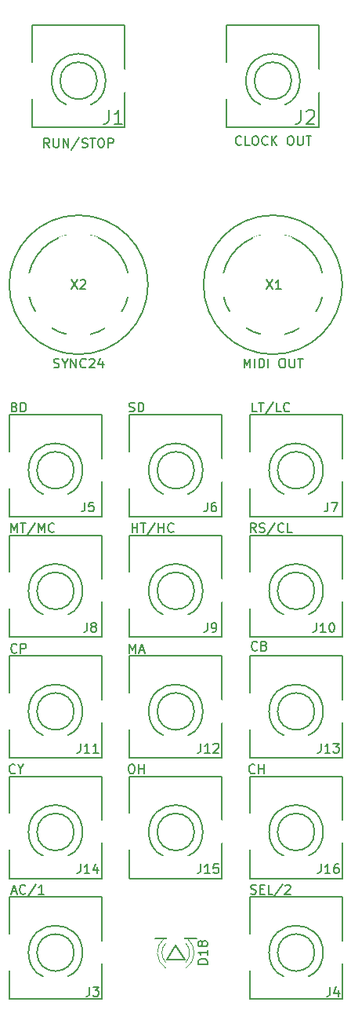
<source format=gto>
G04 #@! TF.FileFunction,Legend,Top*
%FSLAX46Y46*%
G04 Gerber Fmt 4.6, Leading zero omitted, Abs format (unit mm)*
G04 Created by KiCad (PCBNEW 4.0.2-stable) date 2021-01-02 10:32:37 AM*
%MOMM*%
G01*
G04 APERTURE LIST*
%ADD10C,0.200000*%
%ADD11C,0.120000*%
%ADD12C,0.150000*%
%ADD13C,3.225000*%
%ADD14R,1.850000X1.850000*%
%ADD15C,1.850000*%
%ADD16R,2.050000X1.550000*%
%ADD17O,2.050000X1.550000*%
%ADD18O,2.550000X4.050000*%
%ADD19O,2.050000X2.550000*%
%ADD20O,3.550000X1.550000*%
%ADD21C,2.550000*%
%ADD22R,2.550000X3.550000*%
%ADD23O,4.650000X1.500000*%
%ADD24O,4.350000X1.150000*%
%ADD25O,1.150000X4.350000*%
%ADD26C,1.150000*%
G04 APERTURE END LIST*
D10*
X131500000Y-155750000D02*
X130500000Y-154250000D01*
X129500000Y-155750000D02*
X131500000Y-155750000D01*
X130500000Y-154250000D02*
X129500000Y-155750000D01*
X128250000Y-153500000D02*
X132750000Y-153500000D01*
X138607143Y-148654762D02*
X138750000Y-148702381D01*
X138988096Y-148702381D01*
X139083334Y-148654762D01*
X139130953Y-148607143D01*
X139178572Y-148511905D01*
X139178572Y-148416667D01*
X139130953Y-148321429D01*
X139083334Y-148273810D01*
X138988096Y-148226190D01*
X138797619Y-148178571D01*
X138702381Y-148130952D01*
X138654762Y-148083333D01*
X138607143Y-147988095D01*
X138607143Y-147892857D01*
X138654762Y-147797619D01*
X138702381Y-147750000D01*
X138797619Y-147702381D01*
X139035715Y-147702381D01*
X139178572Y-147750000D01*
X139607143Y-148178571D02*
X139940477Y-148178571D01*
X140083334Y-148702381D02*
X139607143Y-148702381D01*
X139607143Y-147702381D01*
X140083334Y-147702381D01*
X140988096Y-148702381D02*
X140511905Y-148702381D01*
X140511905Y-147702381D01*
X142035715Y-147654762D02*
X141178572Y-148940476D01*
X142321429Y-147797619D02*
X142369048Y-147750000D01*
X142464286Y-147702381D01*
X142702382Y-147702381D01*
X142797620Y-147750000D01*
X142845239Y-147797619D01*
X142892858Y-147892857D01*
X142892858Y-147988095D01*
X142845239Y-148130952D01*
X142273810Y-148702381D01*
X142892858Y-148702381D01*
X112761905Y-148416667D02*
X113238096Y-148416667D01*
X112666667Y-148702381D02*
X113000000Y-147702381D01*
X113333334Y-148702381D01*
X114238096Y-148607143D02*
X114190477Y-148654762D01*
X114047620Y-148702381D01*
X113952382Y-148702381D01*
X113809524Y-148654762D01*
X113714286Y-148559524D01*
X113666667Y-148464286D01*
X113619048Y-148273810D01*
X113619048Y-148130952D01*
X113666667Y-147940476D01*
X113714286Y-147845238D01*
X113809524Y-147750000D01*
X113952382Y-147702381D01*
X114047620Y-147702381D01*
X114190477Y-147750000D01*
X114238096Y-147797619D01*
X115380953Y-147654762D02*
X114523810Y-148940476D01*
X116238096Y-148702381D02*
X115666667Y-148702381D01*
X115952381Y-148702381D02*
X115952381Y-147702381D01*
X115857143Y-147845238D01*
X115761905Y-147940476D01*
X115666667Y-147988095D01*
X139035715Y-135607143D02*
X138988096Y-135654762D01*
X138845239Y-135702381D01*
X138750001Y-135702381D01*
X138607143Y-135654762D01*
X138511905Y-135559524D01*
X138464286Y-135464286D01*
X138416667Y-135273810D01*
X138416667Y-135130952D01*
X138464286Y-134940476D01*
X138511905Y-134845238D01*
X138607143Y-134750000D01*
X138750001Y-134702381D01*
X138845239Y-134702381D01*
X138988096Y-134750000D01*
X139035715Y-134797619D01*
X139464286Y-135702381D02*
X139464286Y-134702381D01*
X139464286Y-135178571D02*
X140035715Y-135178571D01*
X140035715Y-135702381D02*
X140035715Y-134702381D01*
X125630952Y-134702381D02*
X125821429Y-134702381D01*
X125916667Y-134750000D01*
X126011905Y-134845238D01*
X126059524Y-135035714D01*
X126059524Y-135369048D01*
X126011905Y-135559524D01*
X125916667Y-135654762D01*
X125821429Y-135702381D01*
X125630952Y-135702381D01*
X125535714Y-135654762D01*
X125440476Y-135559524D01*
X125392857Y-135369048D01*
X125392857Y-135035714D01*
X125440476Y-134845238D01*
X125535714Y-134750000D01*
X125630952Y-134702381D01*
X126488095Y-135702381D02*
X126488095Y-134702381D01*
X126488095Y-135178571D02*
X127059524Y-135178571D01*
X127059524Y-135702381D02*
X127059524Y-134702381D01*
X113130953Y-135607143D02*
X113083334Y-135654762D01*
X112940477Y-135702381D01*
X112845239Y-135702381D01*
X112702381Y-135654762D01*
X112607143Y-135559524D01*
X112559524Y-135464286D01*
X112511905Y-135273810D01*
X112511905Y-135130952D01*
X112559524Y-134940476D01*
X112607143Y-134845238D01*
X112702381Y-134750000D01*
X112845239Y-134702381D01*
X112940477Y-134702381D01*
X113083334Y-134750000D01*
X113130953Y-134797619D01*
X113750000Y-135226190D02*
X113750000Y-135702381D01*
X113416667Y-134702381D02*
X113750000Y-135226190D01*
X114083334Y-134702381D01*
X139309524Y-122357143D02*
X139261905Y-122404762D01*
X139119048Y-122452381D01*
X139023810Y-122452381D01*
X138880952Y-122404762D01*
X138785714Y-122309524D01*
X138738095Y-122214286D01*
X138690476Y-122023810D01*
X138690476Y-121880952D01*
X138738095Y-121690476D01*
X138785714Y-121595238D01*
X138880952Y-121500000D01*
X139023810Y-121452381D01*
X139119048Y-121452381D01*
X139261905Y-121500000D01*
X139309524Y-121547619D01*
X140071429Y-121928571D02*
X140214286Y-121976190D01*
X140261905Y-122023810D01*
X140309524Y-122119048D01*
X140309524Y-122261905D01*
X140261905Y-122357143D01*
X140214286Y-122404762D01*
X140119048Y-122452381D01*
X139738095Y-122452381D01*
X139738095Y-121452381D01*
X140071429Y-121452381D01*
X140166667Y-121500000D01*
X140214286Y-121547619D01*
X140261905Y-121642857D01*
X140261905Y-121738095D01*
X140214286Y-121833333D01*
X140166667Y-121880952D01*
X140071429Y-121928571D01*
X139738095Y-121928571D01*
X125488095Y-122702381D02*
X125488095Y-121702381D01*
X125821429Y-122416667D01*
X126154762Y-121702381D01*
X126154762Y-122702381D01*
X126583333Y-122416667D02*
X127059524Y-122416667D01*
X126488095Y-122702381D02*
X126821428Y-121702381D01*
X127154762Y-122702381D01*
X113309524Y-122607143D02*
X113261905Y-122654762D01*
X113119048Y-122702381D01*
X113023810Y-122702381D01*
X112880952Y-122654762D01*
X112785714Y-122559524D01*
X112738095Y-122464286D01*
X112690476Y-122273810D01*
X112690476Y-122130952D01*
X112738095Y-121940476D01*
X112785714Y-121845238D01*
X112880952Y-121750000D01*
X113023810Y-121702381D01*
X113119048Y-121702381D01*
X113261905Y-121750000D01*
X113309524Y-121797619D01*
X113738095Y-122702381D02*
X113738095Y-121702381D01*
X114119048Y-121702381D01*
X114214286Y-121750000D01*
X114261905Y-121797619D01*
X114309524Y-121892857D01*
X114309524Y-122035714D01*
X114261905Y-122130952D01*
X114214286Y-122178571D01*
X114119048Y-122226190D01*
X113738095Y-122226190D01*
X139154762Y-109702381D02*
X138821428Y-109226190D01*
X138583333Y-109702381D02*
X138583333Y-108702381D01*
X138964286Y-108702381D01*
X139059524Y-108750000D01*
X139107143Y-108797619D01*
X139154762Y-108892857D01*
X139154762Y-109035714D01*
X139107143Y-109130952D01*
X139059524Y-109178571D01*
X138964286Y-109226190D01*
X138583333Y-109226190D01*
X139535714Y-109654762D02*
X139678571Y-109702381D01*
X139916667Y-109702381D01*
X140011905Y-109654762D01*
X140059524Y-109607143D01*
X140107143Y-109511905D01*
X140107143Y-109416667D01*
X140059524Y-109321429D01*
X140011905Y-109273810D01*
X139916667Y-109226190D01*
X139726190Y-109178571D01*
X139630952Y-109130952D01*
X139583333Y-109083333D01*
X139535714Y-108988095D01*
X139535714Y-108892857D01*
X139583333Y-108797619D01*
X139630952Y-108750000D01*
X139726190Y-108702381D01*
X139964286Y-108702381D01*
X140107143Y-108750000D01*
X141250000Y-108654762D02*
X140392857Y-109940476D01*
X142154762Y-109607143D02*
X142107143Y-109654762D01*
X141964286Y-109702381D01*
X141869048Y-109702381D01*
X141726190Y-109654762D01*
X141630952Y-109559524D01*
X141583333Y-109464286D01*
X141535714Y-109273810D01*
X141535714Y-109130952D01*
X141583333Y-108940476D01*
X141630952Y-108845238D01*
X141726190Y-108750000D01*
X141869048Y-108702381D01*
X141964286Y-108702381D01*
X142107143Y-108750000D01*
X142154762Y-108797619D01*
X143059524Y-109702381D02*
X142583333Y-109702381D01*
X142583333Y-108702381D01*
X125785714Y-109702381D02*
X125785714Y-108702381D01*
X125785714Y-109178571D02*
X126357143Y-109178571D01*
X126357143Y-109702381D02*
X126357143Y-108702381D01*
X126690476Y-108702381D02*
X127261905Y-108702381D01*
X126976190Y-109702381D02*
X126976190Y-108702381D01*
X128309524Y-108654762D02*
X127452381Y-109940476D01*
X128642857Y-109702381D02*
X128642857Y-108702381D01*
X128642857Y-109178571D02*
X129214286Y-109178571D01*
X129214286Y-109702381D02*
X129214286Y-108702381D01*
X130261905Y-109607143D02*
X130214286Y-109654762D01*
X130071429Y-109702381D01*
X129976191Y-109702381D01*
X129833333Y-109654762D01*
X129738095Y-109559524D01*
X129690476Y-109464286D01*
X129642857Y-109273810D01*
X129642857Y-109130952D01*
X129690476Y-108940476D01*
X129738095Y-108845238D01*
X129833333Y-108750000D01*
X129976191Y-108702381D01*
X130071429Y-108702381D01*
X130214286Y-108750000D01*
X130261905Y-108797619D01*
X112690476Y-109702381D02*
X112690476Y-108702381D01*
X113023810Y-109416667D01*
X113357143Y-108702381D01*
X113357143Y-109702381D01*
X113690476Y-108702381D02*
X114261905Y-108702381D01*
X113976190Y-109702381D02*
X113976190Y-108702381D01*
X115309524Y-108654762D02*
X114452381Y-109940476D01*
X115642857Y-109702381D02*
X115642857Y-108702381D01*
X115976191Y-109416667D01*
X116309524Y-108702381D01*
X116309524Y-109702381D01*
X117357143Y-109607143D02*
X117309524Y-109654762D01*
X117166667Y-109702381D01*
X117071429Y-109702381D01*
X116928571Y-109654762D01*
X116833333Y-109559524D01*
X116785714Y-109464286D01*
X116738095Y-109273810D01*
X116738095Y-109130952D01*
X116785714Y-108940476D01*
X116833333Y-108845238D01*
X116928571Y-108750000D01*
X117071429Y-108702381D01*
X117166667Y-108702381D01*
X117309524Y-108750000D01*
X117357143Y-108797619D01*
X139250000Y-96702381D02*
X138773809Y-96702381D01*
X138773809Y-95702381D01*
X139440476Y-95702381D02*
X140011905Y-95702381D01*
X139726190Y-96702381D02*
X139726190Y-95702381D01*
X141059524Y-95654762D02*
X140202381Y-96940476D01*
X141869048Y-96702381D02*
X141392857Y-96702381D01*
X141392857Y-95702381D01*
X142773810Y-96607143D02*
X142726191Y-96654762D01*
X142583334Y-96702381D01*
X142488096Y-96702381D01*
X142345238Y-96654762D01*
X142250000Y-96559524D01*
X142202381Y-96464286D01*
X142154762Y-96273810D01*
X142154762Y-96130952D01*
X142202381Y-95940476D01*
X142250000Y-95845238D01*
X142345238Y-95750000D01*
X142488096Y-95702381D01*
X142583334Y-95702381D01*
X142726191Y-95750000D01*
X142773810Y-95797619D01*
X125464286Y-96654762D02*
X125607143Y-96702381D01*
X125845239Y-96702381D01*
X125940477Y-96654762D01*
X125988096Y-96607143D01*
X126035715Y-96511905D01*
X126035715Y-96416667D01*
X125988096Y-96321429D01*
X125940477Y-96273810D01*
X125845239Y-96226190D01*
X125654762Y-96178571D01*
X125559524Y-96130952D01*
X125511905Y-96083333D01*
X125464286Y-95988095D01*
X125464286Y-95892857D01*
X125511905Y-95797619D01*
X125559524Y-95750000D01*
X125654762Y-95702381D01*
X125892858Y-95702381D01*
X126035715Y-95750000D01*
X126464286Y-96702381D02*
X126464286Y-95702381D01*
X126702381Y-95702381D01*
X126845239Y-95750000D01*
X126940477Y-95845238D01*
X126988096Y-95940476D01*
X127035715Y-96130952D01*
X127035715Y-96273810D01*
X126988096Y-96464286D01*
X126940477Y-96559524D01*
X126845239Y-96654762D01*
X126702381Y-96702381D01*
X126464286Y-96702381D01*
X137571429Y-67857143D02*
X137523810Y-67904762D01*
X137380953Y-67952381D01*
X137285715Y-67952381D01*
X137142857Y-67904762D01*
X137047619Y-67809524D01*
X137000000Y-67714286D01*
X136952381Y-67523810D01*
X136952381Y-67380952D01*
X137000000Y-67190476D01*
X137047619Y-67095238D01*
X137142857Y-67000000D01*
X137285715Y-66952381D01*
X137380953Y-66952381D01*
X137523810Y-67000000D01*
X137571429Y-67047619D01*
X138476191Y-67952381D02*
X138000000Y-67952381D01*
X138000000Y-66952381D01*
X139000000Y-66952381D02*
X139190477Y-66952381D01*
X139285715Y-67000000D01*
X139380953Y-67095238D01*
X139428572Y-67285714D01*
X139428572Y-67619048D01*
X139380953Y-67809524D01*
X139285715Y-67904762D01*
X139190477Y-67952381D01*
X139000000Y-67952381D01*
X138904762Y-67904762D01*
X138809524Y-67809524D01*
X138761905Y-67619048D01*
X138761905Y-67285714D01*
X138809524Y-67095238D01*
X138904762Y-67000000D01*
X139000000Y-66952381D01*
X140428572Y-67857143D02*
X140380953Y-67904762D01*
X140238096Y-67952381D01*
X140142858Y-67952381D01*
X140000000Y-67904762D01*
X139904762Y-67809524D01*
X139857143Y-67714286D01*
X139809524Y-67523810D01*
X139809524Y-67380952D01*
X139857143Y-67190476D01*
X139904762Y-67095238D01*
X140000000Y-67000000D01*
X140142858Y-66952381D01*
X140238096Y-66952381D01*
X140380953Y-67000000D01*
X140428572Y-67047619D01*
X140857143Y-67952381D02*
X140857143Y-66952381D01*
X141428572Y-67952381D02*
X141000000Y-67380952D01*
X141428572Y-66952381D02*
X140857143Y-67523810D01*
X142809524Y-66952381D02*
X143000001Y-66952381D01*
X143095239Y-67000000D01*
X143190477Y-67095238D01*
X143238096Y-67285714D01*
X143238096Y-67619048D01*
X143190477Y-67809524D01*
X143095239Y-67904762D01*
X143000001Y-67952381D01*
X142809524Y-67952381D01*
X142714286Y-67904762D01*
X142619048Y-67809524D01*
X142571429Y-67619048D01*
X142571429Y-67285714D01*
X142619048Y-67095238D01*
X142714286Y-67000000D01*
X142809524Y-66952381D01*
X143666667Y-66952381D02*
X143666667Y-67761905D01*
X143714286Y-67857143D01*
X143761905Y-67904762D01*
X143857143Y-67952381D01*
X144047620Y-67952381D01*
X144142858Y-67904762D01*
X144190477Y-67857143D01*
X144238096Y-67761905D01*
X144238096Y-66952381D01*
X144571429Y-66952381D02*
X145142858Y-66952381D01*
X144857143Y-67952381D02*
X144857143Y-66952381D01*
X113071429Y-96178571D02*
X113214286Y-96226190D01*
X113261905Y-96273810D01*
X113309524Y-96369048D01*
X113309524Y-96511905D01*
X113261905Y-96607143D01*
X113214286Y-96654762D01*
X113119048Y-96702381D01*
X112738095Y-96702381D01*
X112738095Y-95702381D01*
X113071429Y-95702381D01*
X113166667Y-95750000D01*
X113214286Y-95797619D01*
X113261905Y-95892857D01*
X113261905Y-95988095D01*
X113214286Y-96083333D01*
X113166667Y-96130952D01*
X113071429Y-96178571D01*
X112738095Y-96178571D01*
X113738095Y-96702381D02*
X113738095Y-95702381D01*
X113976190Y-95702381D01*
X114119048Y-95750000D01*
X114214286Y-95845238D01*
X114261905Y-95940476D01*
X114309524Y-96130952D01*
X114309524Y-96273810D01*
X114261905Y-96464286D01*
X114214286Y-96559524D01*
X114119048Y-96654762D01*
X113976190Y-96702381D01*
X113738095Y-96702381D01*
X116857143Y-68202381D02*
X116523809Y-67726190D01*
X116285714Y-68202381D02*
X116285714Y-67202381D01*
X116666667Y-67202381D01*
X116761905Y-67250000D01*
X116809524Y-67297619D01*
X116857143Y-67392857D01*
X116857143Y-67535714D01*
X116809524Y-67630952D01*
X116761905Y-67678571D01*
X116666667Y-67726190D01*
X116285714Y-67726190D01*
X117285714Y-67202381D02*
X117285714Y-68011905D01*
X117333333Y-68107143D01*
X117380952Y-68154762D01*
X117476190Y-68202381D01*
X117666667Y-68202381D01*
X117761905Y-68154762D01*
X117809524Y-68107143D01*
X117857143Y-68011905D01*
X117857143Y-67202381D01*
X118333333Y-68202381D02*
X118333333Y-67202381D01*
X118904762Y-68202381D01*
X118904762Y-67202381D01*
X120095238Y-67154762D02*
X119238095Y-68440476D01*
X120380952Y-68154762D02*
X120523809Y-68202381D01*
X120761905Y-68202381D01*
X120857143Y-68154762D01*
X120904762Y-68107143D01*
X120952381Y-68011905D01*
X120952381Y-67916667D01*
X120904762Y-67821429D01*
X120857143Y-67773810D01*
X120761905Y-67726190D01*
X120571428Y-67678571D01*
X120476190Y-67630952D01*
X120428571Y-67583333D01*
X120380952Y-67488095D01*
X120380952Y-67392857D01*
X120428571Y-67297619D01*
X120476190Y-67250000D01*
X120571428Y-67202381D01*
X120809524Y-67202381D01*
X120952381Y-67250000D01*
X121238095Y-67202381D02*
X121809524Y-67202381D01*
X121523809Y-68202381D02*
X121523809Y-67202381D01*
X122333333Y-67202381D02*
X122523810Y-67202381D01*
X122619048Y-67250000D01*
X122714286Y-67345238D01*
X122761905Y-67535714D01*
X122761905Y-67869048D01*
X122714286Y-68059524D01*
X122619048Y-68154762D01*
X122523810Y-68202381D01*
X122333333Y-68202381D01*
X122238095Y-68154762D01*
X122142857Y-68059524D01*
X122095238Y-67869048D01*
X122095238Y-67535714D01*
X122142857Y-67345238D01*
X122238095Y-67250000D01*
X122333333Y-67202381D01*
X123190476Y-68202381D02*
X123190476Y-67202381D01*
X123571429Y-67202381D01*
X123666667Y-67250000D01*
X123714286Y-67297619D01*
X123761905Y-67392857D01*
X123761905Y-67535714D01*
X123714286Y-67630952D01*
X123666667Y-67678571D01*
X123571429Y-67726190D01*
X123190476Y-67726190D01*
X137880953Y-91952381D02*
X137880953Y-90952381D01*
X138214287Y-91666667D01*
X138547620Y-90952381D01*
X138547620Y-91952381D01*
X139023810Y-91952381D02*
X139023810Y-90952381D01*
X139500000Y-91952381D02*
X139500000Y-90952381D01*
X139738095Y-90952381D01*
X139880953Y-91000000D01*
X139976191Y-91095238D01*
X140023810Y-91190476D01*
X140071429Y-91380952D01*
X140071429Y-91523810D01*
X140023810Y-91714286D01*
X139976191Y-91809524D01*
X139880953Y-91904762D01*
X139738095Y-91952381D01*
X139500000Y-91952381D01*
X140500000Y-91952381D02*
X140500000Y-90952381D01*
X141928571Y-90952381D02*
X142119048Y-90952381D01*
X142214286Y-91000000D01*
X142309524Y-91095238D01*
X142357143Y-91285714D01*
X142357143Y-91619048D01*
X142309524Y-91809524D01*
X142214286Y-91904762D01*
X142119048Y-91952381D01*
X141928571Y-91952381D01*
X141833333Y-91904762D01*
X141738095Y-91809524D01*
X141690476Y-91619048D01*
X141690476Y-91285714D01*
X141738095Y-91095238D01*
X141833333Y-91000000D01*
X141928571Y-90952381D01*
X142785714Y-90952381D02*
X142785714Y-91761905D01*
X142833333Y-91857143D01*
X142880952Y-91904762D01*
X142976190Y-91952381D01*
X143166667Y-91952381D01*
X143261905Y-91904762D01*
X143309524Y-91857143D01*
X143357143Y-91761905D01*
X143357143Y-90952381D01*
X143690476Y-90952381D02*
X144261905Y-90952381D01*
X143976190Y-91952381D02*
X143976190Y-90952381D01*
X117309524Y-91904762D02*
X117452381Y-91952381D01*
X117690477Y-91952381D01*
X117785715Y-91904762D01*
X117833334Y-91857143D01*
X117880953Y-91761905D01*
X117880953Y-91666667D01*
X117833334Y-91571429D01*
X117785715Y-91523810D01*
X117690477Y-91476190D01*
X117500000Y-91428571D01*
X117404762Y-91380952D01*
X117357143Y-91333333D01*
X117309524Y-91238095D01*
X117309524Y-91142857D01*
X117357143Y-91047619D01*
X117404762Y-91000000D01*
X117500000Y-90952381D01*
X117738096Y-90952381D01*
X117880953Y-91000000D01*
X118500000Y-91476190D02*
X118500000Y-91952381D01*
X118166667Y-90952381D02*
X118500000Y-91476190D01*
X118833334Y-90952381D01*
X119166667Y-91952381D02*
X119166667Y-90952381D01*
X119738096Y-91952381D01*
X119738096Y-90952381D01*
X120785715Y-91857143D02*
X120738096Y-91904762D01*
X120595239Y-91952381D01*
X120500001Y-91952381D01*
X120357143Y-91904762D01*
X120261905Y-91809524D01*
X120214286Y-91714286D01*
X120166667Y-91523810D01*
X120166667Y-91380952D01*
X120214286Y-91190476D01*
X120261905Y-91095238D01*
X120357143Y-91000000D01*
X120500001Y-90952381D01*
X120595239Y-90952381D01*
X120738096Y-91000000D01*
X120785715Y-91047619D01*
X121166667Y-91047619D02*
X121214286Y-91000000D01*
X121309524Y-90952381D01*
X121547620Y-90952381D01*
X121642858Y-91000000D01*
X121690477Y-91047619D01*
X121738096Y-91142857D01*
X121738096Y-91238095D01*
X121690477Y-91380952D01*
X121119048Y-91952381D01*
X121738096Y-91952381D01*
X122595239Y-91285714D02*
X122595239Y-91952381D01*
X122357143Y-90904762D02*
X122119048Y-91619048D01*
X122738096Y-91619048D01*
D11*
X131578608Y-156692335D02*
G75*
G03X131735516Y-153460000I-1078608J1672335D01*
G01*
X129421392Y-156692335D02*
G75*
G02X129264484Y-153460000I1078608J1672335D01*
G01*
X131579837Y-156061130D02*
G75*
G03X131580000Y-153979039I-1079837J1041130D01*
G01*
X129420163Y-156061130D02*
G75*
G02X129420000Y-153979039I1079837J1041130D01*
G01*
X131736000Y-153460000D02*
X131580000Y-153460000D01*
X129420000Y-153460000D02*
X129264000Y-153460000D01*
D12*
X122915476Y-61000000D02*
G75*
G03X122915476Y-61000000I-2915476J0D01*
G01*
X125000000Y-66000000D02*
X115000000Y-66000000D01*
X115000000Y-66000000D02*
X115000000Y-55000000D01*
X115000000Y-55000000D02*
X125000000Y-55000000D01*
X125000000Y-55000000D02*
X125000000Y-66000000D01*
X122000000Y-61000000D02*
G75*
G03X122000000Y-61000000I-2000000J0D01*
G01*
X143915476Y-61000000D02*
G75*
G03X143915476Y-61000000I-2915476J0D01*
G01*
X146000000Y-66000000D02*
X136000000Y-66000000D01*
X136000000Y-66000000D02*
X136000000Y-55000000D01*
X136000000Y-55000000D02*
X146000000Y-55000000D01*
X146000000Y-55000000D02*
X146000000Y-66000000D01*
X143000000Y-61000000D02*
G75*
G03X143000000Y-61000000I-2000000J0D01*
G01*
X120415476Y-155000000D02*
G75*
G03X120415476Y-155000000I-2915476J0D01*
G01*
X122500000Y-160000000D02*
X112500000Y-160000000D01*
X112500000Y-160000000D02*
X112500000Y-149000000D01*
X112500000Y-149000000D02*
X122500000Y-149000000D01*
X122500000Y-149000000D02*
X122500000Y-160000000D01*
X119500000Y-155000000D02*
G75*
G03X119500000Y-155000000I-2000000J0D01*
G01*
X146415476Y-155000000D02*
G75*
G03X146415476Y-155000000I-2915476J0D01*
G01*
X148500000Y-160000000D02*
X138500000Y-160000000D01*
X138500000Y-160000000D02*
X138500000Y-149000000D01*
X138500000Y-149000000D02*
X148500000Y-149000000D01*
X148500000Y-149000000D02*
X148500000Y-160000000D01*
X145500000Y-155000000D02*
G75*
G03X145500000Y-155000000I-2000000J0D01*
G01*
X120415476Y-103000000D02*
G75*
G03X120415476Y-103000000I-2915476J0D01*
G01*
X122500000Y-108000000D02*
X112500000Y-108000000D01*
X112500000Y-108000000D02*
X112500000Y-97000000D01*
X112500000Y-97000000D02*
X122500000Y-97000000D01*
X122500000Y-97000000D02*
X122500000Y-108000000D01*
X119500000Y-103000000D02*
G75*
G03X119500000Y-103000000I-2000000J0D01*
G01*
X133415476Y-103000000D02*
G75*
G03X133415476Y-103000000I-2915476J0D01*
G01*
X135500000Y-108000000D02*
X125500000Y-108000000D01*
X125500000Y-108000000D02*
X125500000Y-97000000D01*
X125500000Y-97000000D02*
X135500000Y-97000000D01*
X135500000Y-97000000D02*
X135500000Y-108000000D01*
X132500000Y-103000000D02*
G75*
G03X132500000Y-103000000I-2000000J0D01*
G01*
X146415476Y-103000000D02*
G75*
G03X146415476Y-103000000I-2915476J0D01*
G01*
X148500000Y-108000000D02*
X138500000Y-108000000D01*
X138500000Y-108000000D02*
X138500000Y-97000000D01*
X138500000Y-97000000D02*
X148500000Y-97000000D01*
X148500000Y-97000000D02*
X148500000Y-108000000D01*
X145500000Y-103000000D02*
G75*
G03X145500000Y-103000000I-2000000J0D01*
G01*
X120415476Y-116000000D02*
G75*
G03X120415476Y-116000000I-2915476J0D01*
G01*
X122500000Y-121000000D02*
X112500000Y-121000000D01*
X112500000Y-121000000D02*
X112500000Y-110000000D01*
X112500000Y-110000000D02*
X122500000Y-110000000D01*
X122500000Y-110000000D02*
X122500000Y-121000000D01*
X119500000Y-116000000D02*
G75*
G03X119500000Y-116000000I-2000000J0D01*
G01*
X133415476Y-116000000D02*
G75*
G03X133415476Y-116000000I-2915476J0D01*
G01*
X135500000Y-121000000D02*
X125500000Y-121000000D01*
X125500000Y-121000000D02*
X125500000Y-110000000D01*
X125500000Y-110000000D02*
X135500000Y-110000000D01*
X135500000Y-110000000D02*
X135500000Y-121000000D01*
X132500000Y-116000000D02*
G75*
G03X132500000Y-116000000I-2000000J0D01*
G01*
X146415476Y-116000000D02*
G75*
G03X146415476Y-116000000I-2915476J0D01*
G01*
X148500000Y-121000000D02*
X138500000Y-121000000D01*
X138500000Y-121000000D02*
X138500000Y-110000000D01*
X138500000Y-110000000D02*
X148500000Y-110000000D01*
X148500000Y-110000000D02*
X148500000Y-121000000D01*
X145500000Y-116000000D02*
G75*
G03X145500000Y-116000000I-2000000J0D01*
G01*
X120415476Y-129000000D02*
G75*
G03X120415476Y-129000000I-2915476J0D01*
G01*
X122500000Y-134000000D02*
X112500000Y-134000000D01*
X112500000Y-134000000D02*
X112500000Y-123000000D01*
X112500000Y-123000000D02*
X122500000Y-123000000D01*
X122500000Y-123000000D02*
X122500000Y-134000000D01*
X119500000Y-129000000D02*
G75*
G03X119500000Y-129000000I-2000000J0D01*
G01*
X133415476Y-129000000D02*
G75*
G03X133415476Y-129000000I-2915476J0D01*
G01*
X135500000Y-134000000D02*
X125500000Y-134000000D01*
X125500000Y-134000000D02*
X125500000Y-123000000D01*
X125500000Y-123000000D02*
X135500000Y-123000000D01*
X135500000Y-123000000D02*
X135500000Y-134000000D01*
X132500000Y-129000000D02*
G75*
G03X132500000Y-129000000I-2000000J0D01*
G01*
X146415476Y-129000000D02*
G75*
G03X146415476Y-129000000I-2915476J0D01*
G01*
X148500000Y-134000000D02*
X138500000Y-134000000D01*
X138500000Y-134000000D02*
X138500000Y-123000000D01*
X138500000Y-123000000D02*
X148500000Y-123000000D01*
X148500000Y-123000000D02*
X148500000Y-134000000D01*
X145500000Y-129000000D02*
G75*
G03X145500000Y-129000000I-2000000J0D01*
G01*
X120415476Y-142000000D02*
G75*
G03X120415476Y-142000000I-2915476J0D01*
G01*
X122500000Y-147000000D02*
X112500000Y-147000000D01*
X112500000Y-147000000D02*
X112500000Y-136000000D01*
X112500000Y-136000000D02*
X122500000Y-136000000D01*
X122500000Y-136000000D02*
X122500000Y-147000000D01*
X119500000Y-142000000D02*
G75*
G03X119500000Y-142000000I-2000000J0D01*
G01*
X133415476Y-142000000D02*
G75*
G03X133415476Y-142000000I-2915476J0D01*
G01*
X135500000Y-147000000D02*
X125500000Y-147000000D01*
X125500000Y-147000000D02*
X125500000Y-136000000D01*
X125500000Y-136000000D02*
X135500000Y-136000000D01*
X135500000Y-136000000D02*
X135500000Y-147000000D01*
X132500000Y-142000000D02*
G75*
G03X132500000Y-142000000I-2000000J0D01*
G01*
X146415476Y-142000000D02*
G75*
G03X146415476Y-142000000I-2915476J0D01*
G01*
X148500000Y-147000000D02*
X138500000Y-147000000D01*
X138500000Y-147000000D02*
X138500000Y-136000000D01*
X138500000Y-136000000D02*
X148500000Y-136000000D01*
X148500000Y-136000000D02*
X148500000Y-147000000D01*
X145500000Y-142000000D02*
G75*
G03X145500000Y-142000000I-2000000J0D01*
G01*
X125500000Y-83000000D02*
G75*
G03X125500000Y-83000000I-5500000J0D01*
G01*
X127500000Y-83000000D02*
G75*
G03X127500000Y-83000000I-7500000J0D01*
G01*
X146500000Y-83000000D02*
G75*
G03X146500000Y-83000000I-5500000J0D01*
G01*
X148500000Y-83000000D02*
G75*
G03X148500000Y-83000000I-7500000J0D01*
G01*
X133912381Y-156234286D02*
X132912381Y-156234286D01*
X132912381Y-155996191D01*
X132960000Y-155853333D01*
X133055238Y-155758095D01*
X133150476Y-155710476D01*
X133340952Y-155662857D01*
X133483810Y-155662857D01*
X133674286Y-155710476D01*
X133769524Y-155758095D01*
X133864762Y-155853333D01*
X133912381Y-155996191D01*
X133912381Y-156234286D01*
X133912381Y-154710476D02*
X133912381Y-155281905D01*
X133912381Y-154996191D02*
X132912381Y-154996191D01*
X133055238Y-155091429D01*
X133150476Y-155186667D01*
X133198095Y-155281905D01*
X133340952Y-154139048D02*
X133293333Y-154234286D01*
X133245714Y-154281905D01*
X133150476Y-154329524D01*
X133102857Y-154329524D01*
X133007619Y-154281905D01*
X132960000Y-154234286D01*
X132912381Y-154139048D01*
X132912381Y-153948571D01*
X132960000Y-153853333D01*
X133007619Y-153805714D01*
X133102857Y-153758095D01*
X133150476Y-153758095D01*
X133245714Y-153805714D01*
X133293333Y-153853333D01*
X133340952Y-153948571D01*
X133340952Y-154139048D01*
X133388571Y-154234286D01*
X133436190Y-154281905D01*
X133531429Y-154329524D01*
X133721905Y-154329524D01*
X133817143Y-154281905D01*
X133864762Y-154234286D01*
X133912381Y-154139048D01*
X133912381Y-153948571D01*
X133864762Y-153853333D01*
X133817143Y-153805714D01*
X133721905Y-153758095D01*
X133531429Y-153758095D01*
X133436190Y-153805714D01*
X133388571Y-153853333D01*
X133340952Y-153948571D01*
X123250000Y-64178571D02*
X123250000Y-65250000D01*
X123178572Y-65464286D01*
X123035715Y-65607143D01*
X122821429Y-65678571D01*
X122678572Y-65678571D01*
X124750000Y-65678571D02*
X123892857Y-65678571D01*
X124321429Y-65678571D02*
X124321429Y-64178571D01*
X124178572Y-64392857D01*
X124035714Y-64535714D01*
X123892857Y-64607143D01*
X144000000Y-64178571D02*
X144000000Y-65250000D01*
X143928572Y-65464286D01*
X143785715Y-65607143D01*
X143571429Y-65678571D01*
X143428572Y-65678571D01*
X144642857Y-64321429D02*
X144714286Y-64250000D01*
X144857143Y-64178571D01*
X145214286Y-64178571D01*
X145357143Y-64250000D01*
X145428572Y-64321429D01*
X145500000Y-64464286D01*
X145500000Y-64607143D01*
X145428572Y-64821429D01*
X144571429Y-65678571D01*
X145500000Y-65678571D01*
X121166667Y-158702381D02*
X121166667Y-159416667D01*
X121119047Y-159559524D01*
X121023809Y-159654762D01*
X120880952Y-159702381D01*
X120785714Y-159702381D01*
X121547619Y-158702381D02*
X122166667Y-158702381D01*
X121833333Y-159083333D01*
X121976191Y-159083333D01*
X122071429Y-159130952D01*
X122119048Y-159178571D01*
X122166667Y-159273810D01*
X122166667Y-159511905D01*
X122119048Y-159607143D01*
X122071429Y-159654762D01*
X121976191Y-159702381D01*
X121690476Y-159702381D01*
X121595238Y-159654762D01*
X121547619Y-159607143D01*
X147166667Y-158702381D02*
X147166667Y-159416667D01*
X147119047Y-159559524D01*
X147023809Y-159654762D01*
X146880952Y-159702381D01*
X146785714Y-159702381D01*
X148071429Y-159035714D02*
X148071429Y-159702381D01*
X147833333Y-158654762D02*
X147595238Y-159369048D01*
X148214286Y-159369048D01*
X120666667Y-106452381D02*
X120666667Y-107166667D01*
X120619047Y-107309524D01*
X120523809Y-107404762D01*
X120380952Y-107452381D01*
X120285714Y-107452381D01*
X121619048Y-106452381D02*
X121142857Y-106452381D01*
X121095238Y-106928571D01*
X121142857Y-106880952D01*
X121238095Y-106833333D01*
X121476191Y-106833333D01*
X121571429Y-106880952D01*
X121619048Y-106928571D01*
X121666667Y-107023810D01*
X121666667Y-107261905D01*
X121619048Y-107357143D01*
X121571429Y-107404762D01*
X121476191Y-107452381D01*
X121238095Y-107452381D01*
X121142857Y-107404762D01*
X121095238Y-107357143D01*
X133916667Y-106452381D02*
X133916667Y-107166667D01*
X133869047Y-107309524D01*
X133773809Y-107404762D01*
X133630952Y-107452381D01*
X133535714Y-107452381D01*
X134821429Y-106452381D02*
X134630952Y-106452381D01*
X134535714Y-106500000D01*
X134488095Y-106547619D01*
X134392857Y-106690476D01*
X134345238Y-106880952D01*
X134345238Y-107261905D01*
X134392857Y-107357143D01*
X134440476Y-107404762D01*
X134535714Y-107452381D01*
X134726191Y-107452381D01*
X134821429Y-107404762D01*
X134869048Y-107357143D01*
X134916667Y-107261905D01*
X134916667Y-107023810D01*
X134869048Y-106928571D01*
X134821429Y-106880952D01*
X134726191Y-106833333D01*
X134535714Y-106833333D01*
X134440476Y-106880952D01*
X134392857Y-106928571D01*
X134345238Y-107023810D01*
X146916667Y-106452381D02*
X146916667Y-107166667D01*
X146869047Y-107309524D01*
X146773809Y-107404762D01*
X146630952Y-107452381D01*
X146535714Y-107452381D01*
X147297619Y-106452381D02*
X147964286Y-106452381D01*
X147535714Y-107452381D01*
X120916667Y-119452381D02*
X120916667Y-120166667D01*
X120869047Y-120309524D01*
X120773809Y-120404762D01*
X120630952Y-120452381D01*
X120535714Y-120452381D01*
X121535714Y-119880952D02*
X121440476Y-119833333D01*
X121392857Y-119785714D01*
X121345238Y-119690476D01*
X121345238Y-119642857D01*
X121392857Y-119547619D01*
X121440476Y-119500000D01*
X121535714Y-119452381D01*
X121726191Y-119452381D01*
X121821429Y-119500000D01*
X121869048Y-119547619D01*
X121916667Y-119642857D01*
X121916667Y-119690476D01*
X121869048Y-119785714D01*
X121821429Y-119833333D01*
X121726191Y-119880952D01*
X121535714Y-119880952D01*
X121440476Y-119928571D01*
X121392857Y-119976190D01*
X121345238Y-120071429D01*
X121345238Y-120261905D01*
X121392857Y-120357143D01*
X121440476Y-120404762D01*
X121535714Y-120452381D01*
X121726191Y-120452381D01*
X121821429Y-120404762D01*
X121869048Y-120357143D01*
X121916667Y-120261905D01*
X121916667Y-120071429D01*
X121869048Y-119976190D01*
X121821429Y-119928571D01*
X121726191Y-119880952D01*
X133916667Y-119452381D02*
X133916667Y-120166667D01*
X133869047Y-120309524D01*
X133773809Y-120404762D01*
X133630952Y-120452381D01*
X133535714Y-120452381D01*
X134440476Y-120452381D02*
X134630952Y-120452381D01*
X134726191Y-120404762D01*
X134773810Y-120357143D01*
X134869048Y-120214286D01*
X134916667Y-120023810D01*
X134916667Y-119642857D01*
X134869048Y-119547619D01*
X134821429Y-119500000D01*
X134726191Y-119452381D01*
X134535714Y-119452381D01*
X134440476Y-119500000D01*
X134392857Y-119547619D01*
X134345238Y-119642857D01*
X134345238Y-119880952D01*
X134392857Y-119976190D01*
X134440476Y-120023810D01*
X134535714Y-120071429D01*
X134726191Y-120071429D01*
X134821429Y-120023810D01*
X134869048Y-119976190D01*
X134916667Y-119880952D01*
X145690477Y-119452381D02*
X145690477Y-120166667D01*
X145642857Y-120309524D01*
X145547619Y-120404762D01*
X145404762Y-120452381D01*
X145309524Y-120452381D01*
X146690477Y-120452381D02*
X146119048Y-120452381D01*
X146404762Y-120452381D02*
X146404762Y-119452381D01*
X146309524Y-119595238D01*
X146214286Y-119690476D01*
X146119048Y-119738095D01*
X147309524Y-119452381D02*
X147404763Y-119452381D01*
X147500001Y-119500000D01*
X147547620Y-119547619D01*
X147595239Y-119642857D01*
X147642858Y-119833333D01*
X147642858Y-120071429D01*
X147595239Y-120261905D01*
X147547620Y-120357143D01*
X147500001Y-120404762D01*
X147404763Y-120452381D01*
X147309524Y-120452381D01*
X147214286Y-120404762D01*
X147166667Y-120357143D01*
X147119048Y-120261905D01*
X147071429Y-120071429D01*
X147071429Y-119833333D01*
X147119048Y-119642857D01*
X147166667Y-119547619D01*
X147214286Y-119500000D01*
X147309524Y-119452381D01*
X120190477Y-132452381D02*
X120190477Y-133166667D01*
X120142857Y-133309524D01*
X120047619Y-133404762D01*
X119904762Y-133452381D01*
X119809524Y-133452381D01*
X121190477Y-133452381D02*
X120619048Y-133452381D01*
X120904762Y-133452381D02*
X120904762Y-132452381D01*
X120809524Y-132595238D01*
X120714286Y-132690476D01*
X120619048Y-132738095D01*
X122142858Y-133452381D02*
X121571429Y-133452381D01*
X121857143Y-133452381D02*
X121857143Y-132452381D01*
X121761905Y-132595238D01*
X121666667Y-132690476D01*
X121571429Y-132738095D01*
X133190477Y-132452381D02*
X133190477Y-133166667D01*
X133142857Y-133309524D01*
X133047619Y-133404762D01*
X132904762Y-133452381D01*
X132809524Y-133452381D01*
X134190477Y-133452381D02*
X133619048Y-133452381D01*
X133904762Y-133452381D02*
X133904762Y-132452381D01*
X133809524Y-132595238D01*
X133714286Y-132690476D01*
X133619048Y-132738095D01*
X134571429Y-132547619D02*
X134619048Y-132500000D01*
X134714286Y-132452381D01*
X134952382Y-132452381D01*
X135047620Y-132500000D01*
X135095239Y-132547619D01*
X135142858Y-132642857D01*
X135142858Y-132738095D01*
X135095239Y-132880952D01*
X134523810Y-133452381D01*
X135142858Y-133452381D01*
X146190477Y-132452381D02*
X146190477Y-133166667D01*
X146142857Y-133309524D01*
X146047619Y-133404762D01*
X145904762Y-133452381D01*
X145809524Y-133452381D01*
X147190477Y-133452381D02*
X146619048Y-133452381D01*
X146904762Y-133452381D02*
X146904762Y-132452381D01*
X146809524Y-132595238D01*
X146714286Y-132690476D01*
X146619048Y-132738095D01*
X147523810Y-132452381D02*
X148142858Y-132452381D01*
X147809524Y-132833333D01*
X147952382Y-132833333D01*
X148047620Y-132880952D01*
X148095239Y-132928571D01*
X148142858Y-133023810D01*
X148142858Y-133261905D01*
X148095239Y-133357143D01*
X148047620Y-133404762D01*
X147952382Y-133452381D01*
X147666667Y-133452381D01*
X147571429Y-133404762D01*
X147523810Y-133357143D01*
X120190477Y-145452381D02*
X120190477Y-146166667D01*
X120142857Y-146309524D01*
X120047619Y-146404762D01*
X119904762Y-146452381D01*
X119809524Y-146452381D01*
X121190477Y-146452381D02*
X120619048Y-146452381D01*
X120904762Y-146452381D02*
X120904762Y-145452381D01*
X120809524Y-145595238D01*
X120714286Y-145690476D01*
X120619048Y-145738095D01*
X122047620Y-145785714D02*
X122047620Y-146452381D01*
X121809524Y-145404762D02*
X121571429Y-146119048D01*
X122190477Y-146119048D01*
X133190477Y-145452381D02*
X133190477Y-146166667D01*
X133142857Y-146309524D01*
X133047619Y-146404762D01*
X132904762Y-146452381D01*
X132809524Y-146452381D01*
X134190477Y-146452381D02*
X133619048Y-146452381D01*
X133904762Y-146452381D02*
X133904762Y-145452381D01*
X133809524Y-145595238D01*
X133714286Y-145690476D01*
X133619048Y-145738095D01*
X135095239Y-145452381D02*
X134619048Y-145452381D01*
X134571429Y-145928571D01*
X134619048Y-145880952D01*
X134714286Y-145833333D01*
X134952382Y-145833333D01*
X135047620Y-145880952D01*
X135095239Y-145928571D01*
X135142858Y-146023810D01*
X135142858Y-146261905D01*
X135095239Y-146357143D01*
X135047620Y-146404762D01*
X134952382Y-146452381D01*
X134714286Y-146452381D01*
X134619048Y-146404762D01*
X134571429Y-146357143D01*
X146190477Y-145452381D02*
X146190477Y-146166667D01*
X146142857Y-146309524D01*
X146047619Y-146404762D01*
X145904762Y-146452381D01*
X145809524Y-146452381D01*
X147190477Y-146452381D02*
X146619048Y-146452381D01*
X146904762Y-146452381D02*
X146904762Y-145452381D01*
X146809524Y-145595238D01*
X146714286Y-145690476D01*
X146619048Y-145738095D01*
X148047620Y-145452381D02*
X147857143Y-145452381D01*
X147761905Y-145500000D01*
X147714286Y-145547619D01*
X147619048Y-145690476D01*
X147571429Y-145880952D01*
X147571429Y-146261905D01*
X147619048Y-146357143D01*
X147666667Y-146404762D01*
X147761905Y-146452381D01*
X147952382Y-146452381D01*
X148047620Y-146404762D01*
X148095239Y-146357143D01*
X148142858Y-146261905D01*
X148142858Y-146023810D01*
X148095239Y-145928571D01*
X148047620Y-145880952D01*
X147952382Y-145833333D01*
X147761905Y-145833333D01*
X147666667Y-145880952D01*
X147619048Y-145928571D01*
X147571429Y-146023810D01*
X119190476Y-82452381D02*
X119857143Y-83452381D01*
X119857143Y-82452381D02*
X119190476Y-83452381D01*
X120190476Y-82547619D02*
X120238095Y-82500000D01*
X120333333Y-82452381D01*
X120571429Y-82452381D01*
X120666667Y-82500000D01*
X120714286Y-82547619D01*
X120761905Y-82642857D01*
X120761905Y-82738095D01*
X120714286Y-82880952D01*
X120142857Y-83452381D01*
X120761905Y-83452381D01*
X140290476Y-82452381D02*
X140957143Y-83452381D01*
X140957143Y-82452381D02*
X140290476Y-83452381D01*
X141861905Y-83452381D02*
X141290476Y-83452381D01*
X141576190Y-83452381D02*
X141576190Y-82452381D01*
X141480952Y-82595238D01*
X141385714Y-82690476D01*
X141290476Y-82738095D01*
%LPC*%
D13*
X143300000Y-93900000D03*
X124000000Y-147900000D03*
X131700000Y-75800000D03*
D14*
X130500000Y-153250000D03*
D15*
X130500000Y-156750000D03*
D16*
X132020000Y-85960000D03*
D17*
X128980000Y-85960000D03*
X132020000Y-88500000D03*
X128980000Y-88500000D03*
X132020000Y-91040000D03*
X128980000Y-91040000D03*
D18*
X115300000Y-61000000D03*
D19*
X124700000Y-61000000D03*
D20*
X120000000Y-56100000D03*
X120000000Y-64300000D03*
D18*
X136300000Y-61000000D03*
D19*
X145700000Y-61000000D03*
D20*
X141000000Y-56100000D03*
X141000000Y-64300000D03*
D18*
X112800000Y-155000000D03*
D19*
X122200000Y-155000000D03*
D20*
X117500000Y-150100000D03*
X117500000Y-158300000D03*
D18*
X138800000Y-155000000D03*
D19*
X148200000Y-155000000D03*
D20*
X143500000Y-150100000D03*
X143500000Y-158300000D03*
D18*
X112800000Y-103000000D03*
D19*
X122200000Y-103000000D03*
D20*
X117500000Y-98100000D03*
X117500000Y-106300000D03*
D18*
X125800000Y-103000000D03*
D19*
X135200000Y-103000000D03*
D20*
X130500000Y-98100000D03*
X130500000Y-106300000D03*
D18*
X138800000Y-103000000D03*
D19*
X148200000Y-103000000D03*
D20*
X143500000Y-98100000D03*
X143500000Y-106300000D03*
D18*
X112800000Y-116000000D03*
D19*
X122200000Y-116000000D03*
D20*
X117500000Y-111100000D03*
X117500000Y-119300000D03*
D18*
X125800000Y-116000000D03*
D19*
X135200000Y-116000000D03*
D20*
X130500000Y-111100000D03*
X130500000Y-119300000D03*
D18*
X138800000Y-116000000D03*
D19*
X148200000Y-116000000D03*
D20*
X143500000Y-111100000D03*
X143500000Y-119300000D03*
D18*
X112800000Y-129000000D03*
D19*
X122200000Y-129000000D03*
D20*
X117500000Y-124100000D03*
X117500000Y-132300000D03*
D18*
X125800000Y-129000000D03*
D19*
X135200000Y-129000000D03*
D20*
X130500000Y-124100000D03*
X130500000Y-132300000D03*
D18*
X138800000Y-129000000D03*
D19*
X148200000Y-129000000D03*
D20*
X143500000Y-124100000D03*
X143500000Y-132300000D03*
D18*
X112800000Y-142000000D03*
D19*
X122200000Y-142000000D03*
D20*
X117500000Y-137100000D03*
X117500000Y-145300000D03*
D18*
X125800000Y-142000000D03*
D19*
X135200000Y-142000000D03*
D20*
X130500000Y-137100000D03*
X130500000Y-145300000D03*
D18*
X138800000Y-142000000D03*
D19*
X148200000Y-142000000D03*
D20*
X143500000Y-137100000D03*
X143500000Y-145300000D03*
D17*
X128980000Y-68310000D03*
X132020000Y-68310000D03*
D16*
X132020000Y-60690000D03*
D17*
X128980000Y-60690000D03*
X132020000Y-63230000D03*
X128980000Y-63230000D03*
X132020000Y-65770000D03*
X128980000Y-65770000D03*
D13*
X114500000Y-93750000D03*
D21*
X114500000Y-83000000D03*
X125500000Y-83000000D03*
X120000000Y-88500000D03*
D22*
X120000000Y-78500000D03*
D21*
X116110000Y-86890000D03*
X123890000Y-86890000D03*
D23*
X120000000Y-78500000D03*
D24*
X115900000Y-83000000D03*
X124100000Y-83000000D03*
D25*
X120000000Y-87100000D03*
D26*
X115968629Y-87031371D02*
X118231371Y-84768629D01*
X121768629Y-84768629D02*
X124031371Y-87031371D01*
D21*
X135500000Y-83000000D03*
X146500000Y-83000000D03*
X141000000Y-88500000D03*
D22*
X141000000Y-78500000D03*
D21*
X137110000Y-86890000D03*
X144890000Y-86890000D03*
D23*
X141000000Y-78500000D03*
D24*
X136900000Y-83000000D03*
X145100000Y-83000000D03*
D25*
X141000000Y-87100000D03*
D26*
X136968629Y-87031371D02*
X139231371Y-84768629D01*
X142768629Y-84768629D02*
X145031371Y-87031371D01*
M02*

</source>
